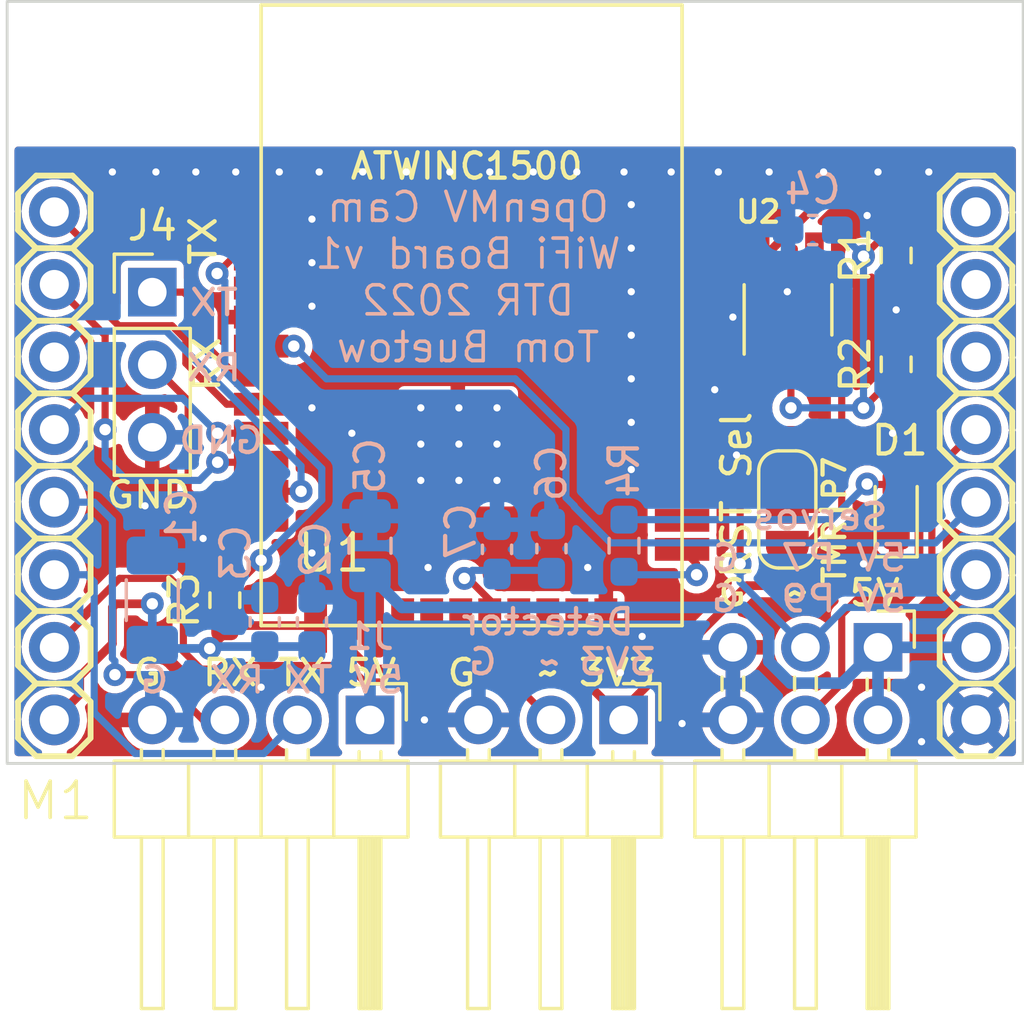
<source format=kicad_pcb>
(kicad_pcb (version 20211014) (generator pcbnew)
  (layers (0 "F.Cu" signal) (31 "B.Cu" signal) (34 "B.Paste" user) (35 "F.Paste" user) (36 "B.SilkS" user "B.Silkscreen") (37 "F.SilkS" user "F.Silkscreen") (38 "B.Mask" user) (39 "F.Mask" user) (44 "Edge.Cuts" user))
  (net 0 "")
  (net 1 "+5V")
  (net 2 "Net-(C6-Pad1)")
  (net 3 "Net-(D1-Pad2)")
  (net 4 "/UART_TX")
  (net 5 "/UART_RX")
  (net 6 "/~{Detect_Sig}")
  (net 7 "Net-(C4-Pad1)")
  (net 8 "GND")
  (net 9 "+3.3V")
  (net 10 "/Servo_PWM")
  (net 11 "/DBG_TX")
  (net 12 "/DBG_RX")
  (net 13 "/Servo2_PWM")
  (net 14 "Net-(R3-Pad2)")
  (net 15 "Net-(R4-Pad1)")
  (net 18 "/Mod_RST")
  (net 20 "/IRQ")
  (net 21 "/MOSI")
  (net 22 "/SSEL")
  (net 23 "/MISO")
  (net 24 "/SCLK")
  (net 29 "Net-(JP1-Pad1)")
  (footprint "Resistor_SMD:R_0603_1608Metric_Pad0.98x0.95mm_HandSolder" (layer "F.Cu") (at 124.46 112.395 90)
    (fp_text reference "R3" (at 0 -1.43 90) (layer "F.SilkS"))
    (fp_text value "1M")
    (pad "1" smd roundrect (at -0.9125 0 90) (size 0.975 0.95) (layers "F.Cu" "F.Paste" "F.Mask") (net 9 "+3.3V"))
    (pad "2" smd roundrect (at 0.9125 0 90) (size 0.975 0.95) (layers "F.Cu" "F.Paste" "F.Mask") (net 14 "Net-(R3-Pad2)"))
  )
  (footprint "wifi:ATWINC1500" (layer "F.Cu") (at 125.73 113.284)
    (fp_text reference "U1" (at 2.54 -2.54) (layer "F.SilkS") (effects (font (size 1.27 1.27))))
    (fp_text value "ATWINC1500" (at 7.192043 -16.079294) (layer "F.SilkS") (effects (font (size 0.889 0.889))))
    (pad "1" smd rect (at 14.732 -2.667 180) (size 1.905 0.8001) (layers "F.Cu" "F.Paste" "F.Mask") (net 15 "Net-(R4-Pad1)"))
    (pad "2" smd rect (at 14.732 -3.683 180) (size 1.905 0.8001) (layers "F.Cu" "F.Paste" "F.Mask"))
    (pad "3" smd rect (at 14.732 -4.699 180) (size 1.905 0.8001) (layers "F.Cu" "F.Paste" "F.Mask"))
    (pad "4" smd rect (at 14.732 -5.715 180) (size 1.905 0.8001) (layers "F.Cu" "F.Paste" "F.Mask") (net 18 "/Mod_RST"))
    (pad "5" smd rect (at 14.732 -9.779 180) (size 1.905 0.8001) (layers "F.Cu" "F.Paste" "F.Mask"))
    (pad "6" smd rect (at 14.732 -11.811 180) (size 1.905 0.8001) (layers "F.Cu" "F.Paste" "F.Mask"))
    (pad "7" smd rect (at 14.732 -12.827 180) (size 1.905 0.8001) (layers "F.Cu" "F.Paste" "F.Mask"))
    (pad "8" smd rect (at 14.732 -13.843 180) (size 1.905 0.8001) (layers "F.Cu" "F.Paste" "F.Mask"))
    (pad "9" smd rect (at 14.732 -14.859 180) (size 1.905 0.8001) (layers "F.Cu" "F.Paste" "F.Mask") (net 8 "GND"))
    (pad "10" smd rect (at 0 -12.827) (size 1.905 0.8001) (layers "F.Cu" "F.Paste" "F.Mask") (net 14 "Net-(R3-Pad2)"))
    (pad "11" smd rect (at 0 -11.811) (size 1.905 0.8001) (layers "F.Cu" "F.Paste" "F.Mask"))
    (pad "12" smd rect (at 0 -10.795) (size 1.905 0.8001) (layers "F.Cu" "F.Paste" "F.Mask") (net 8 "GND"))
    (pad "13" smd rect (at 0 -9.779) (size 1.905 0.8001) (layers "F.Cu" "F.Paste" "F.Mask") (net 20 "/IRQ"))
    (pad "14" smd rect (at 0 -8.763) (size 1.905 0.8001) (layers "F.Cu" "F.Paste" "F.Mask") (net 11 "/DBG_TX"))
    (pad "15" smd rect (at 0 -7.747) (size 1.905 0.8001) (layers "F.Cu" "F.Paste" "F.Mask") (net 21 "/MOSI"))
    (pad "16" smd rect (at 0 -6.731) (size 1.905 0.8001) (layers "F.Cu" "F.Paste" "F.Mask") (net 22 "/SSEL"))
    (pad "17" smd rect (at 0 -5.715) (size 1.905 0.8001) (layers "F.Cu" "F.Paste" "F.Mask") (net 23 "/MISO"))
    (pad "18" smd rect (at 0 -4.699) (size 1.905 0.8001) (layers "F.Cu" "F.Paste" "F.Mask") (net 24 "/SCLK"))
    (pad "19" smd rect (at 0 -3.683) (size 1.905 0.8001) (layers "F.Cu" "F.Paste" "F.Mask") (net 12 "/DBG_RX"))
    (pad "20" smd rect (at 1.905 0 90) (size 1.905 0.8001) (layers "F.Cu" "F.Paste" "F.Mask") (net 9 "+3.3V"))
    (pad "21" smd rect (at 4.953 0 90) (size 1.905 0.8001) (layers "F.Cu" "F.Paste" "F.Mask"))
    (pad "22" smd rect (at 5.969 0 90) (size 1.905 0.8001) (layers "F.Cu" "F.Paste" "F.Mask") (net 9 "+3.3V"))
    (pad "23" smd rect (at 6.985 0 90) (size 1.905 0.8001) (layers "F.Cu" "F.Paste" "F.Mask") (net 9 "+3.3V"))
    (pad "24" smd rect (at 8.001 0 90) (size 1.905 0.8001) (layers "F.Cu" "F.Paste" "F.Mask") (net 2 "Net-(C6-Pad1)"))
    (pad "25" smd rect (at 9.017 0 90) (size 1.905 0.8001) (layers "F.Cu" "F.Paste" "F.Mask"))
    (pad "26" smd rect (at 10.033 0 90) (size 1.905 0.8001) (layers "F.Cu" "F.Paste" "F.Mask"))
    (pad "27" smd rect (at 11.049 0 90) (size 1.905 0.8001) (layers "F.Cu" "F.Paste" "F.Mask"))
    (pad "28" smd rect (at 12.065 0 90) (size 1.905 0.8001) (layers "F.Cu" "F.Paste" "F.Mask") (net 8 "GND"))
    (pad "29" smd rect (at 6.8834 -6.2738) (size 3.7084 3.7084) (layers "F.Cu" "F.Paste" "F.Mask") (net 8 "GND"))
  )
  (footprint "Resistor_SMD:R_0603_1608Metric_Pad0.98x0.95mm_HandSolder" (layer "F.Cu") (at 147.955 100.33 90)
    (fp_text reference "R1" (at 0 -1.43 90) (layer "F.SilkS"))
    (fp_text value "2.2k")
    (pad "1" smd roundrect (at -0.9125 0 90) (size 0.975 0.95) (layers "F.Cu" "F.Paste" "F.Mask") (net 9 "+3.3V"))
    (pad "2" smd roundrect (at 0.9125 0 90) (size 0.975 0.95) (layers "F.Cu" "F.Paste" "F.Mask") (net 7 "Net-(C4-Pad1)"))
  )
  (footprint "Connector_PinHeader_2.54mm:PinHeader_2x03_P2.54mm_Horizontal" (layer "F.Cu") (at 147.32 114.046 -90)
    (fp_text reference "J3" hide)
    (fp_text value "Servo")
    (pad "1" thru_hole rect (at 0 0 270) (size 1.7 1.7) (drill 1) (layers *.Cu *.Mask) (net 1 "+5V"))
    (pad "2" thru_hole oval (at 0 2.54 270) (size 1.7 1.7) (drill 1) (layers *.Cu *.Mask) (net 13 "/Servo2_PWM"))
    (pad "3" thru_hole oval (at 0 5.08 270) (size 1.7 1.7) (drill 1) (layers *.Cu *.Mask) (net 8 "GND"))
    (pad "4" thru_hole oval (at 2.54 0 270) (size 1.7 1.7) (drill 1) (layers *.Cu *.Mask) (net 1 "+5V"))
    (pad "5" thru_hole oval (at 2.54 2.54 270) (size 1.7 1.7) (drill 1) (layers *.Cu *.Mask) (net 10 "/Servo_PWM"))
    (pad "6" thru_hole oval (at 2.54 5.08 270) (size 1.7 1.7) (drill 1) (layers *.Cu *.Mask) (net 8 "GND"))
  )
  (footprint "Resistor_SMD:R_0603_1608Metric_Pad0.98x0.95mm_HandSolder" (layer "F.Cu") (at 147.955 104.14 90)
    (fp_text reference "R2" (at 0 -1.43 90) (layer "F.SilkS"))
    (fp_text value "10k")
    (pad "1" smd roundrect (at -0.9125 0 90) (size 0.975 0.95) (layers "F.Cu" "F.Paste" "F.Mask") (net 7 "Net-(C4-Pad1)"))
    (pad "2" smd roundrect (at 0.9125 0 90) (size 0.975 0.95) (layers "F.Cu" "F.Paste" "F.Mask") (net 8 "GND"))
  )
  (footprint "Connector_PinHeader_2.54mm:PinHeader_1x04_P2.54mm_Horizontal" (layer "F.Cu") (at 129.54 116.587397 -90)
    (fp_text reference "J1" hide)
    (fp_text value "UART3")
    (pad "1" thru_hole rect (at 0 0 270) (size 1.7 1.7) (drill 1) (layers *.Cu *.Mask) (net 1 "+5V"))
    (pad "2" thru_hole oval (at 0 2.54 270) (size 1.7 1.7) (drill 1) (layers *.Cu *.Mask) (net 4 "/UART_TX"))
    (pad "3" thru_hole oval (at 0 5.08 270) (size 1.7 1.7) (drill 1) (layers *.Cu *.Mask) (net 5 "/UART_RX"))
    (pad "4" thru_hole oval (at 0 7.62 270) (size 1.7 1.7) (drill 1) (layers *.Cu *.Mask) (net 8 "GND"))
  )
  (footprint "Connector_PinHeader_2.54mm:PinHeader_1x03_P2.54mm_Vertical" (layer "F.Cu") (at 121.92 101.615)
    (fp_text reference "J4" (at 0 -2.33) (layer "F.SilkS"))
    (fp_text value "Debug")
    (pad "1" thru_hole rect (at 0 0) (size 1.7 1.7) (drill 1) (layers *.Cu *.Mask) (net 11 "/DBG_TX"))
    (pad "2" thru_hole oval (at 0 2.54) (size 1.7 1.7) (drill 1) (layers *.Cu *.Mask) (net 12 "/DBG_RX"))
    (pad "3" thru_hole oval (at 0 5.08) (size 1.7 1.7) (drill 1) (layers *.Cu *.Mask) (net 8 "GND"))
  )
  (footprint "Package_TO_SOT_SMD:TSOT-23-5_HandSoldering" (layer "F.Cu") (at 144.145 102.235 90)
    (fp_text reference "U2" (at 3.429 -1.016 180) (layer "F.SilkS") (effects (font (size 0.762 0.762))))
    (fp_text value "74LVC1G17")
    (pad "1" smd rect (at -1.71 -0.95 90) (size 2 0.65) (layers "F.Cu" "F.Paste" "F.Mask"))
    (pad "2" smd rect (at -1.71 0 90) (size 2 0.65) (layers "F.Cu" "F.Paste" "F.Mask") (net 7 "Net-(C4-Pad1)"))
    (pad "3" smd rect (at -1.71 0.95 90) (size 2 0.65) (layers "F.Cu" "F.Paste" "F.Mask") (net 8 "GND"))
    (pad "4" smd rect (at 1.71 0.95 90) (size 2 0.65) (layers "F.Cu" "F.Paste" "F.Mask") (net 29 "Net-(JP1-Pad1)"))
    (pad "5" smd rect (at 1.71 -0.95 90) (size 2 0.65) (layers "F.Cu" "F.Paste" "F.Mask") (net 9 "+3.3V"))
  )
  (footprint "LED_SMD:LED_0603_1608Metric_Pad1.05x0.95mm_HandSolder" (layer "F.Cu") (at 147.955 109.22 90)
    (fp_text reference "D1" (at 2.413 0.127 180) (layer "F.SilkS"))
    (fp_text value "LED")
    (pad "1" smd roundrect (at -0.875 0 90) (size 1.05 0.95) (layers "F.Cu" "F.Paste" "F.Mask") (net 8 "GND"))
    (pad "2" smd roundrect (at 0.875 0 90) (size 1.05 0.95) (layers "F.Cu" "F.Paste" "F.Mask") (net 3 "Net-(D1-Pad2)"))
  )
  (footprint "Connector_PinHeader_2.54mm:PinHeader_1x03_P2.54mm_Horizontal" (layer "F.Cu") (at 138.414989 116.587397 -90)
    (fp_text reference "J2" hide)
    (fp_text value "Detector")
    (pad "1" thru_hole rect (at 0 0 270) (size 1.7 1.7) (drill 1) (layers *.Cu *.Mask) (net 9 "+3.3V"))
    (pad "2" thru_hole oval (at 0 2.54 270) (size 1.7 1.7) (drill 1) (layers *.Cu *.Mask) (net 6 "/~{Detect_Sig}"))
    (pad "3" thru_hole oval (at 0 5.08 270) (size 1.7 1.7) (drill 1) (layers *.Cu *.Mask) (net 8 "GND"))
  )
  (footprint "wifi:OPENMV3" (layer "F.Cu") (at 116.84 118.11)
    (fp_text reference "M1" (at 1.688871 1.307331) (layer "F.SilkS") (effects (font (size 1.27 1.27) (thickness 0.127))))
    (fp_text value "OPENMV3" hide)
    (pad "1" thru_hole circle (at 1.651 -19.304) (size 1.778 1.778) (drill 1.016) (layers *.Cu *.Paste *.Mask) (net 21 "/MOSI"))
    (pad "2" thru_hole circle (at 1.651 -16.764) (size 1.778 1.778) (drill 1.016) (layers *.Cu *.Paste *.Mask) (net 23 "/MISO"))
    (pad "3" thru_hole circle (at 1.651 -14.224) (size 1.778 1.778) (drill 1.016) (layers *.Cu *.Paste *.Mask) (net 24 "/SCLK"))
    (pad "4" thru_hole circle (at 1.651 -11.684) (size 1.778 1.778) (drill 1.016) (layers *.Cu *.Paste *.Mask) (net 22 "/SSEL"))
    (pad "5" thru_hole circle (at 1.651 -9.144) (size 1.778 1.778) (drill 1.016) (layers *.Cu *.Paste *.Mask) (net 5 "/UART_RX"))
    (pad "6" thru_hole circle (at 1.651 -6.604) (size 1.778 1.778) (drill 1.016) (layers *.Cu *.Paste *.Mask) (net 4 "/UART_TX"))
    (pad "7" thru_hole circle (at 1.651 -4.064) (size 1.778 1.778) (drill 1.016) (layers *.Cu *.Paste *.Mask) (net 6 "/~{Detect_Sig}"))
    (pad "8" thru_hole circle (at 1.651 -1.524) (size 1.778 1.778) (drill 1.016) (layers *.Cu *.Paste *.Mask) (net 9 "+3.3V"))
    (pad "9" thru_hole circle (at 33.909 -1.524) (size 1.778 1.778) (drill 1.016) (layers *.Cu *.Paste *.Mask) (net 8 "GND"))
    (pad "10" thru_hole circle (at 33.909 -4.064) (size 1.778 1.778) (drill 1.016) (layers *.Cu *.Paste *.Mask) (net 1 "+5V"))
    (pad "11" thru_hole circle (at 33.909 -6.604) (size 1.778 1.778) (drill 1.016) (layers *.Cu *.Paste *.Mask) (net 13 "/Servo2_PWM"))
    (pad "12" thru_hole circle (at 33.909 -9.144) (size 1.778 1.778) (drill 1.016) (layers *.Cu *.Paste *.Mask) (net 20 "/IRQ"))
    (pad "13" thru_hole circle (at 33.909 -11.684) (size 1.778 1.778) (drill 1.016) (layers *.Cu *.Paste *.Mask) (net 10 "/Servo_PWM"))
    (pad "14" thru_hole circle (at 33.909 -14.224) (size 1.778 1.778) (drill 1.016) (layers *.Cu *.Paste *.Mask))
    (pad "15" thru_hole circle (at 33.909 -16.764) (size 1.778 1.778) (drill 1.016) (layers *.Cu *.Paste *.Mask))
    (pad "16" thru_hole circle (at 33.909 -19.304) (size 1.778 1.778) (drill 1.016) (layers *.Cu *.Paste *.Mask))
  )
  (footprint "Jumper:SolderJumper-3_P1.3mm_Open_RoundedPad1.0x1.5mm_NumberLabels" (layer "F.Cu") (at 144.145 109.22 90)
    (fp_text reference "JP1" hide)
    (fp_text value "RST Select")
    (pad "1" smd custom (at -1.3 0 90) (size 1 0.5) (layers "F.Cu" "F.Mask") (net 29 "Net-(JP1-Pad1)") (options (clearance outline) (anchor rect)) (primitives (gr_circle (center 0 0.25) (end 0.5 0.25) (width 0) (fill yes)) (gr_circle (center 0 -0.25) (end 0.5 -0.25) (width 0) (fill yes)) (gr_poly (pts (xy 0.55 0.75) (xy 0 0.75) (xy 0 -0.75) (xy 0.55 -0.75)) (width 0) (fill yes))))
    (pad "2" smd rect (at 0 0 90) (size 1 1.5) (layers "F.Cu" "F.Mask") (net 18 "/Mod_RST"))
    (pad "3" smd custom (at 1.3 0 90) (size 1 0.5) (layers "F.Cu" "F.Mask") (net 13 "/Servo2_PWM") (options (clearance outline) (anchor rect)) (primitives (gr_circle (center 0 0.25) (end 0.5 0.25) (width 0) (fill yes)) (gr_circle (center 0 -0.25) (end 0.5 -0.25) (width 0) (fill yes)) (gr_poly (pts (xy 0 0.75) (xy -0.55 0.75) (xy -0.55 -0.75) (xy 0 -0.75)) (width 0) (fill yes))))
  )
  (footprint "Capacitor_SMD:C_0603_1608Metric_Pad1.08x0.95mm_HandSolder" (layer "B.Cu") (at 125.857 113.157 90)
    (fp_text reference "C3" (at 2.413 -1.016 90) (layer "B.SilkS") (effects (justify mirror)))
    (fp_text value ".1u")
    (pad "1" smd roundrect (at -0.8625 0 90) (size 1.075 0.95) (layers "B.Cu" "B.Paste" "B.Mask") (net 9 "+3.3V"))
    (pad "2" smd roundrect (at 0.8625 0 90) (size 1.075 0.95) (layers "B.Cu" "B.Paste" "B.Mask") (net 8 "GND"))
  )
  (footprint "Resistor_SMD:R_0603_1608Metric_Pad0.98x0.95mm_HandSolder" (layer "B.Cu") (at 138.43 110.49 90)
    (fp_text reference "R4" (at 2.667 0 90) (layer "B.SilkS") (effects (justify mirror)))
    (fp_text value "220")
    (pad "1" smd roundrect (at -0.9125 0 90) (size 0.975 0.95) (layers "B.Cu" "B.Paste" "B.Mask") (net 15 "Net-(R4-Pad1)"))
    (pad "2" smd roundrect (at 0.9125 0 90) (size 0.975 0.95) (layers "B.Cu" "B.Paste" "B.Mask") (net 3 "Net-(D1-Pad2)"))
  )
  (footprint "Capacitor_SMD:C_0603_1608Metric_Pad1.08x0.95mm_HandSolder" (layer "B.Cu") (at 145.034 99.441 180)
    (fp_text reference "C4" (at 0 1.43) (layer "B.SilkS") (effects (justify mirror)))
    (fp_text value "10u")
    (pad "1" smd roundrect (at -0.8625 0 180) (size 1.075 0.95) (layers "B.Cu" "B.Paste" "B.Mask") (net 7 "Net-(C4-Pad1)"))
    (pad "2" smd roundrect (at 0.8625 0 180) (size 1.075 0.95) (layers "B.Cu" "B.Paste" "B.Mask") (net 8 "GND"))
  )
  (footprint "Capacitor_SMD:C_0603_1608Metric_Pad1.08x0.95mm_HandSolder" (layer "B.Cu") (at 133.985 110.617 90)
    (fp_text reference "C7" (at 0.635 -1.27 90) (layer "B.SilkS") (effects (justify mirror)))
    (fp_text value ".01u")
    (pad "1" smd roundrect (at -0.8625 0 90) (size 1.075 0.95) (layers "B.Cu" "B.Paste" "B.Mask") (net 2 "Net-(C6-Pad1)"))
    (pad "2" smd roundrect (at 0.8625 0 90) (size 1.075 0.95) (layers "B.Cu" "B.Paste" "B.Mask") (net 8 "GND"))
  )
  (footprint "Capacitor_SMD:C_0805_2012Metric_Pad1.18x1.45mm_HandSolder" (layer "B.Cu") (at 129.54 110.49 90)
    (fp_text reference "C5" (at 2.794 0 90) (layer "B.SilkS") (effects (justify mirror)))
    (fp_text value "10u")
    (pad "1" smd roundrect (at -1.0375 0 90) (size 1.175 1.45) (layers "B.Cu" "B.Paste" "B.Mask") (roundrect_rratio 0.212766) (net 1 "+5V"))
    (pad "2" smd roundrect (at 1.0375 0 90) (size 1.175 1.45) (layers "B.Cu" "B.Paste" "B.Mask") (roundrect_rratio 0.212766) (net 8 "GND"))
  )
  (footprint "Capacitor_SMD:C_0603_1608Metric_Pad1.08x0.95mm_HandSolder" (layer "B.Cu") (at 127.508 113.157 90)
    (fp_text reference "C2" (at 2.54 0.127 90) (layer "B.SilkS") (effects (justify mirror)))
    (fp_text value ".1u")
    (pad "1" smd roundrect (at -0.8625 0 90) (size 1.075 0.95) (layers "B.Cu" "B.Paste" "B.Mask") (net 9 "+3.3V"))
    (pad "2" smd roundrect (at 0.8625 0 90) (size 1.075 0.95) (layers "B.Cu" "B.Paste" "B.Mask") (net 8 "GND"))
  )
  (footprint "Capacitor_SMD:C_1206_3216Metric_Pad1.33x1.80mm_HandSolder" (layer "B.Cu") (at 121.92 112.395 90)
    (fp_text reference "C1" (at 2.921 1.016 90) (layer "B.SilkS") (effects (justify mirror)))
    (fp_text value "47u")
    (pad "1" smd roundrect (at -1.5625 0 90) (size 1.325 1.8) (layers "B.Cu" "B.Paste" "B.Mask") (roundrect_rratio 0.188679) (net 9 "+3.3V"))
    (pad "2" smd roundrect (at 1.5625 0 90) (size 1.325 1.8) (layers "B.Cu" "B.Paste" "B.Mask") (roundrect_rratio 0.188679) (net 8 "GND"))
  )
  (footprint "Capacitor_SMD:C_0603_1608Metric_Pad1.08x0.95mm_HandSolder" (layer "B.Cu") (at 135.89 110.5905 90)
    (fp_text reference "C6" (at 2.6405 0 90) (layer "B.SilkS") (effects (justify mirror)))
    (fp_text value "10u")
    (pad "1" smd roundrect (at -0.8625 0 90) (size 1.075 0.95) (layers "B.Cu" "B.Paste" "B.Mask") (net 2 "Net-(C6-Pad1)"))
    (pad "2" smd roundrect (at 0.8625 0 90) (size 1.075 0.95) (layers "B.Cu" "B.Paste" "B.Mask") (net 8 "GND"))
  )
  (gr_rect locked (start 116.84 91.44) (end 152.4 118.11) (layer "Edge.Cuts") (width 0.1) (fill none))
  (gr_text "OpenMV Cam\nWiFi Board v1\nDTR 2022\nTom Buetow\n" (at 132.969 101.092) (layer "B.SilkS") (effects (font (size 1.016 1.016) (thickness 0.127)) (justify mirror)))
  (gr_text "Detector" (at 135.763 113.157) (layer "B.SilkS") (effects (font (size 0.889 0.9652)) (justify mirror)))
  (gr_text "RX" (at 124.079 104.267) (layer "B.SilkS") (effects (font (size 0.889 0.9652)) (justify mirror)))
  (gr_text "GND" (at 124.333 106.807) (layer "B.SilkS") (effects (font (size 0.889 0.9652)) (justify mirror)))
  (gr_text "3V3 ~  G" (at 136.271 114.554) (layer "B.SilkS") (effects (font (size 0.889 0.9652)) (justify mirror)))
  (gr_text "5V TX RX  G" (at 126.111 115.189) (layer "B.SilkS") (effects (font (size 0.889 0.9652)) (justify mirror)))
  (gr_text "J1" (at 129.54 113.665) (layer "B.SilkS") (effects (font (size 0.889 0.9652)) (justify mirror)))
  (gr_text "Servos" (at 145.288 109.474) (layer "B.SilkS") (effects (font (size 0.889 0.9652)) (justify mirror)))
  (gr_text "5V P7  G\n5V P9  G" (at 144.907 111.633) (layer "B.SilkS") (effects (font (size 0.889 0.9652)) (justify mirror)))
  (gr_text "TX" (at 124.079 101.981) (layer "B.SilkS") (effects (font (size 0.889 0.9652)) (justify mirror)))
  (gr_text "TMR|P7" (at 145.796 109.601 90) (layer "F.SilkS") (effects (font (size 0.762 0.762))))
  (gr_text "G  ~  5V" (at 144.907 112.141) (layer "F.SilkS") (effects (font (size 0.889 0.9652))))
  (gr_text "TX" (at 123.698 99.822 90) (layer "F.SilkS") (effects (font (size 0.889 0.9652))))
  (gr_text "G   ~ 3V3" (at 135.89 114.935) (layer "F.SilkS") (effects (font (size 0.889 0.9652))))
  (gr_text "RX" (at 123.825 104.14 90) (layer "F.SilkS") (effects (font (size 0.889 0.9652))))
  (gr_text "RST Sel" (at 142.367 108.712 90) (layer "F.SilkS") (effects (font (size 1 1))))
  (gr_text "GND" (at 121.793 108.712) (layer "F.SilkS") (effects (font (size 0.889 0.9652))))
  (gr_text "G  RX TX 5V" (at 125.857 114.935) (layer "F.SilkS") (effects (font (size 0.889 0.9652))))
  (segment (start 130.6615 112.649) (end 129.54 111.5275) (width 0.4064) (layer "B.Cu") (net 1))
  (segment (start 147.32 114.046) (end 146.0668 115.2992) (width 0.4064) (layer "B.Cu") (net 1))
  (segment (start 144.2552 115.2992) (end 143.4932 114.5372) (width 0.4064) (layer "B.Cu") (net 1))
  (segment (start 150.749 114.046) (end 147.32 114.046) (width 0.4064) (layer "B.Cu") (net 1))
  (segment (start 147.32 115.316) (end 147.32 114.046) (width 0.4064) (layer "B.Cu") (net 1))
  (segment (start 143.4932 113.5212) (end 142.621 112.649) (width 0.4064) (layer "B.Cu") (net 1))
  (segment (start 142.621 112.649) (end 130.6615 112.649) (width 0.4064) (layer "B.Cu") (net 1))
  (segment (start 129.54 111.527488) (end 129.54 116.587397) (width 0.4064) (layer "B.Cu") (net 1))
  (segment (start 143.4932 114.5372) (end 143.4932 113.5212) (width 0.4064) (layer "B.Cu") (net 1))
  (segment (start 146.0668 115.2992) (end 144.2552 115.2992) (width 0.4064) (layer "B.Cu") (net 1))
  (segment (start 147.32 116.586) (end 147.32 115.316) (width 0.4064) (layer "B.Cu") (net 1))
  (segment (start 132.969 111.633) (end 133.731 112.395) (width 0.25) (layer "F.Cu") (net 2))
  (segment (start 132.842 111.633) (end 132.969 111.633) (width 0.25) (layer "F.Cu") (net 2))
  (segment (start 133.731 112.395) (end 133.731 113.284) (width 0.25) (layer "F.Cu") (net 2))
  (via (at 132.842 111.633) (size 0.8) (drill 0.4) (layers "F.Cu" "B.Cu") (net 2))
  (segment (start 133.1225 111.3525) (end 135.89 111.3525) (width 0.25) (layer "B.Cu") (net 2))
  (segment (start 132.842 111.633) (end 133.1225 111.3525) (width 0.25) (layer "B.Cu") (net 2))
  (segment (start 146.953 108.345) (end 147.955 108.345) (width 0.25) (layer "F.Cu") (net 3))
  (segment (start 146.939 108.331) (end 146.953 108.345) (width 0.25) (layer "F.Cu") (net 3))
  (via (at 146.939 108.331) (size 0.8) (drill 0.4) (layers "F.Cu" "B.Cu") (net 3))
  (segment (start 146.939 108.331) (end 145.6925 109.5775) (width 0.25) (layer "B.Cu") (net 3))
  (segment (start 145.6925 109.5775) (end 138.43 109.5775) (width 0.25) (layer "B.Cu") (net 3))
  (segment (start 127 116.587397) (end 125.825 117.762397) (width 0.25) (layer "B.Cu") (net 4))
  (segment (start 119.634 111.506) (end 118.491 111.506) (width 0.25) (layer "B.Cu") (net 4))
  (segment (start 125.825 117.762397) (end 121.318397 117.762397) (width 0.25) (layer "B.Cu") (net 4))
  (segment (start 119.888 111.76) (end 119.634 111.506) (width 0.25) (layer "B.Cu") (net 4))
  (segment (start 121.318397 117.762397) (end 119.888 116.332) (width 0.25) (layer "B.Cu") (net 4))
  (segment (start 119.888 116.332) (end 119.888 111.76) (width 0.25) (layer "B.Cu") (net 4))
  (segment (start 122.114799 115.002799) (end 123.699397 116.587397) (width 0.25) (layer "F.Cu") (net 5))
  (segment (start 120.6125 115.002799) (end 122.114799 115.002799) (width 0.25) (layer "F.Cu") (net 5))
  (segment (start 123.699397 116.587397) (end 124.46 116.587397) (width 0.25) (layer "F.Cu") (net 5))
  (via (at 120.6125 115.002799) (size 0.8) (drill 0.4) (layers "F.Cu" "B.Cu") (net 5))
  (segment (start 120.523 109.601) (end 119.888 108.966) (width 0.25) (layer "B.Cu") (net 5))
  (segment (start 120.6125 115.002799) (end 120.6125 114.525673) (width 0.25) (layer "B.Cu") (net 5))
  (segment (start 120.6125 114.525673) (end 120.523 114.436173) (width 0.25) (layer "B.Cu") (net 5))
  (segment (start 119.888 108.966) (end 118.491 108.966) (width 0.25) (layer "B.Cu") (net 5))
  (segment (start 120.523 114.436173) (end 120.523 109.601) (width 0.25) (layer "B.Cu") (net 5))
  (segment (start 122.555 111.633) (end 120.777 111.633) (width 0.25) (layer "F.Cu") (net 6))
  (segment (start 134.545608 115.258) (end 129.353604 115.258) (width 0.25) (layer "F.Cu") (net 6))
  (segment (start 119.634 112.776) (end 119.634 112.903) (width 0.25) (layer "F.Cu") (net 6))
  (segment (start 123.008018 112.086018) (end 122.555 111.633) (width 0.25) (layer "F.Cu") (net 6))
  (segment (start 119.634 112.903) (end 118.491 114.046) (width 0.25) (layer "F.Cu") (net 6))
  (segment (start 123.008018 114.187902) (end 123.008018 112.086018) (width 0.25) (layer "F.Cu") (net 6))
  (segment (start 128.776604 114.681) (end 124.35969 114.681) (width 0.25) (layer "F.Cu") (net 6))
  (segment (start 123.630098 114.809982) (end 123.008018 114.187902) (width 0.25) (layer "F.Cu") (net 6))
  (segment (start 129.353604 115.258) (end 128.776604 114.681) (width 0.25) (layer "F.Cu") (net 6))
  (segment (start 124.35969 114.681) (end 124.230708 114.809982) (width 0.25) (layer "F.Cu") (net 6))
  (segment (start 120.777 111.633) (end 119.634 112.776) (width 0.25) (layer "F.Cu") (net 6))
  (segment (start 135.875 116.587392) (end 134.545608 115.258) (width 0.25) (layer "F.Cu") (net 6))
  (segment (start 124.230708 114.809982) (end 123.630098 114.809982) (width 0.25) (layer "F.Cu") (net 6))
  (segment (start 144.272 105.664) (end 144.272 104.072) (width 0.25) (layer "F.Cu") (net 7))
  (segment (start 144.272 104.072) (end 144.145 103.945) (width 0.25) (layer "F.Cu") (net 7))
  (segment (start 147.955 105.0525) (end 147.4235 105.0525) (width 0.25) (layer "F.Cu") (net 7))
  (segment (start 147.4235 105.0525) (end 146.812 105.664) (width 0.25) (layer "F.Cu") (net 7))
  (segment (start 147.955 99.4175) (end 147.751 99.4175) (width 0.25) (layer "F.Cu") (net 7))
  (segment (start 147.751 99.4175) (end 146.812 100.3565) (width 0.25) (layer "F.Cu") (net 7))
  (via (at 146.812 100.3565) (size 0.8) (drill 0.4) (layers "F.Cu" "B.Cu") (net 7))
  (via (at 146.812 105.664) (size 0.8) (drill 0.4) (layers "F.Cu" "B.Cu") (net 7))
  (via (at 144.272 105.664) (size 0.8) (drill 0.4) (layers "F.Cu" "B.Cu") (net 7))
  (segment (start 145.8965 99.441) (end 146.812 100.3565) (width 0.25) (layer "B.Cu") (net 7))
  (segment (start 146.812 100.3565) (end 146.812 105.664) (width 0.25) (layer "B.Cu") (net 7))
  (segment (start 146.812 105.664) (end 144.272 105.664) (width 0.25) (layer "B.Cu") (net 7))
  (via (at 128.905 106.553) (size 0.508) (drill 0.254) (layers "F.Cu" "B.Cu") (net 8))
  (via (at 138.43 97.409) (size 0.508) (drill 0.254) (layers "F.Cu" "B.Cu") (net 8))
  (via (at 133.985 108.204) (size 0.508) (drill 0.254) (layers "F.Cu" "B.Cu") (net 8))
  (via (at 131.318 108.204) (size 0.508) (drill 0.254) (layers "F.Cu" "B.Cu") (net 8))
  (via (at 141.605 105.029) (size 0.508) (drill 0.254) (layers "F.Cu" "B.Cu") (net 8))
  (via (at 140.462 116.713) (size 0.508) (drill 0.254) (layers "F.Cu" "B.Cu") (net 8))
  (via (at 146.812 111.125) (size 0.508) (drill 0.254) (layers "F.Cu" "B.Cu") (net 8))
  (via (at 147.32 97.409) (size 0.508) (drill 0.254) (layers "F.Cu" "B.Cu") (net 8))
  (via (at 138.684 104.648) (size 0.508) (drill 0.254) (layers "F.Cu" "B.Cu") (net 8))
  (via (at 127.762 97.409) (size 0.508) (drill 0.254) (layers "F.Cu" "B.Cu") (net 8))
  (via (at 127.508 105.664) (size 0.508) (drill 0.254) (layers "F.Cu" "B.Cu") (net 8))
  (via (at 127.508 110.744) (size 0.508) (drill 0.254) (layers "F.Cu" "B.Cu") (net 8))
  (via (at 131.318 105.664) (size 0.508) (drill 0.254) (layers "F.Cu" "B.Cu") (net 8))
  (via (at 120.523 97.409) (size 0.508) (drill 0.254) (layers "F.Cu" "B.Cu") (net 8))
  (via (at 142.367 107.315) (size 0.508) (drill 0.254) (layers "F.Cu" "B.Cu") (net 8))
  (via (at 133.985 106.934) (size 0.508) (drill 0.254) (layers "F.Cu" "B.Cu") (net 8))
  (via (at 123.698 110.236) (size 0.508) (drill 0.254) (layers "F.Cu" "B.Cu") (net 8))
  (via (at 126.365 97.409) (size 0.508) (drill 0.254) (layers "F.Cu" "B.Cu") (net 8))
  (via (at 132.6515 105.664) (size 0.508) (drill 0.254) (layers "F.Cu" "B.Cu") (net 8))
  (via (at 148.844 115.443) (size 0.508) (drill 0.254) (layers "F.Cu" "B.Cu") (net 8))
  (via (at 139.065 113.665) (size 0.508) (drill 0.254) (layers "F.Cu" "B.Cu") (net 8))
  (via (at 127.508 99.06) (size 0.508) (drill 0.254) (layers "F.Cu" "B.Cu") (net 8))
  (via (at 138.684 98.552) (size 0.508) (drill 0.254) (layers "F.Cu" "B.Cu") (net 8))
  (via (at 133.731 97.409) (size 0.508) (drill 0.254) (layers "F.Cu" "B.Cu") (net 8))
  (via (at 140.081 97.409) (size 0.508) (drill 0.254) (layers "F.Cu" "B.Cu") (net 8))
  (via (at 122.047 97.409) (size 0.508) (drill 0.254) (layers "F.Cu" "B.Cu") (net 8))
  (via (at 136.779 97.409) (size 0.508) (drill 0.254) (layers "F.Cu" "B.Cu") (net 8))
  (via (at 129.286 97.409) (size 0.508) (drill 0.254) (layers "F.Cu" "B.Cu") (net 8))
  (via (at 143.51 97.409) (size 0.508) (drill 0.254) (layers "F.Cu" "B.Cu") (net 8))
  (via (at 141.732 97.409) (size 0.508) (drill 0.254) (layers "F.Cu" "B.Cu") (net 8))
  (via (at 138.684 106.172) (size 0.508) (drill 0.254) (layers "F.Cu" "B.Cu") (net 8))
  (via (at 127.508 102.108) (size 0.508) (drill 0.254) (layers "F.Cu" "B.Cu") (net 8))
  (via (at 142.24 102.489) (size 0.508) (drill 0.254) (layers "F.Cu" "B.Cu") (net 8))
  (via (at 131.318 106.934) (size 0.508) (drill 0.254) (layers "F.Cu" "B.Cu") (net 8))
  (via (at 131.572 111.252) (size 0.508) (drill 0.254) (layers "F.Cu" "B.Cu") (net 8))
  (via (at 132.6515 108.204) (size 0.508) (drill 0.254) (layers "F.Cu" "B.Cu") (net 8))
  (via (at 131.445 116.586) (size 0.508) (drill 0.254) (layers "F.Cu" "B.Cu") (net 8))
  (via (at 145.415 97.409) (size 0.508) (drill 0.254) (layers "F.Cu" "B.Cu") (net 8))
  (via (at 135.255 97.409) (size 0.508) (drill 0.254) (layers "F.Cu" "B.Cu") (net 8))
  (via (at 146.939 98.933) (size 0.508) (drill 0.254) (layers "F.Cu" "B.Cu") (net 8))
  (via (at 130.81 97.409) (size 0.508) (drill 0.254) (layers "F.Cu" "B.Cu") (net 8))
  (via (at 127.508 100.584) (size 0.508) (drill 0.254) (layers "F.Cu" "B.Cu") (net 8))
  (via (at 148.844 117.348) (size 0.508) (drill 0.254) (layers "F.Cu" "B.Cu") (net 8))
  (via (at 121.666 109.093) (size 0.508) (drill 0.254) (layers "F.Cu" "B.Cu") (net 8))
  (via (at 132.334 97.409) (size 0.508) (drill 0.254) (layers "F.Cu" "B.Cu") (net 8))
  (via (at 149.098 97.409) (size 0.508) (drill 0.254) (layers "F.Cu" "B.Cu") (net 8))
  (via (at 138.303 114.935) (size 0.508) (drill 0.254) (layers "F.Cu" "B.Cu") (net 8))
  (via (at 147.955 102.235) (size 0.508) (drill 0.254) (layers "F.Cu" "B.Cu") (net 8))
  (via (at 123.444 97.409) (size 0.508) (drill 0.254) (layers "F.Cu" "B.Cu") (net 8))
  (via (at 132.6515 106.934) (size 0.508) (drill 0.254) (layers "F.Cu" "B.Cu") (net 8))
  (via (at 125.73 115.443) (size 0.508) (drill 0.254) (layers "F.Cu" "B.Cu") (net 8))
  (via (at 138.684 101.6) (size 0.508) (drill 0.254) (layers "F.Cu" "B.Cu") (net 8))
  (via (at 138.684 103.124) (size 0.508) (drill 0.254) (layers "F.Cu" "B.Cu") (net 8))
  (via (at 138.684 100.076) (size 0.508) (drill 0.254) (layers "F.Cu" "B.Cu") (net 8))
  (via (at 144.145 101.6) (size 0.508) (drill 0.254) (layers "F.Cu" "B.Cu") (net 8))
  (via (at 124.841 97.409) (size 0.508) (drill 0.254) (layers "F.Cu" "B.Cu") (net 8))
  (via (at 137.16 111.252) (size 0.508) (drill 0.254) (layers "F.Cu" "B.Cu") (net 8))
  (via (at 133.985 105.664) (size 0.508) (drill 0.254) (layers "F.Cu" "B.Cu") (net 8))
  (via (at 147.828 106.553) (size 0.508) (drill 0.254) (layers "F.Cu" "B.Cu") (net 8))
  (via (at 138.684 107.823) (size 0.508) (drill 0.254) (layers "F.Cu" "B.Cu") (net 8))
  (segment (start 131.445 114.808) (end 129.54 114.808) (width 0.3048) (layer "F.Cu") (net 9))
  (segment (start 128.397 113.284) (end 127.635 113.284) (width 0.3048) (layer "F.Cu") (net 9))
  (segment (start 120.65 112.522) (end 120.523 112.649) (width 0.3048) (layer "F.Cu") (net 9))
  (segment (start 147.828 111.887) (end 142.737299 111.887) (width 0.3048) (layer "F.Cu") (net 9))
  (segment (start 147.955 101.2425) (end 148.755 102.0425) (width 0.3048) (layer "F.Cu") (net 9))
  (segment (start 143.195 100.525) (end 145.422 98.298) (width 0.3048) (layer "F.Cu") (net 9))
  (segment (start 127.635 113.284) (end 124.4835 113.284) (width 0.3048) (layer "F.Cu") (net 9))
  (segment (start 131.699 114.554) (end 131.445 114.808) (width 0.3048) (layer "F.Cu") (net 9))
  (segment (start 119.379929 115.062071) (end 119.379929 115.697071) (width 0.3048) (layer "F.Cu") (net 9))
  (segment (start 142.737299 111.887) (end 138.415 116.209299) (width 0.3048) (layer "F.Cu") (net 9))
  (segment (start 128.524 113.411) (end 128.397 113.284) (width 0.3048) (layer "F.Cu") (net 9))
  (segment (start 123.930403 114.084982) (end 124.46 113.555385) (width 0.3048) (layer "F.Cu") (net 9))
  (segment (start 145.422 98.298) (end 148.336 98.298) (width 0.3048) (layer "F.Cu") (net 9))
  (segment (start 132.715 114.427) (end 132.334 114.808) (width 0.3048) (layer "F.Cu") (net 9))
  (segment (start 129.54 114.808) (end 128.524 113.792) (width 0.3048) (layer "F.Cu") (net 9))
  (segment (start 131.699 113.284) (end 131.699 114.554) (width 0.3048) (layer "F.Cu") (net 9))
  (segment (start 138.415 116.209299) (end 138.415 116.587392) (width 0.3048) (layer "F.Cu") (net 9))
  (segment (start 132.715 113.284) (end 132.715 114.427) (width 0.3048) (layer "F.Cu") (net 9))
  (segment (start 148.754998 98.716998) (end 148.754998 102.042493) (width 0.3048) (layer "F.Cu") (net 9))
  (segment (start 138.415 116.587392) (end 136.635608 114.808) (width 0.3048) (layer "F.Cu") (net 9))
  (segment (start 121.92 112.522) (end 120.65 112.522) (width 0.3048) (layer "F.Cu") (net 9))
  (segment (start 148.755 110.96) (end 147.828 111.887) (width 0.3048) (layer "F.Cu") (net 9))
  (segment (start 124.46 113.555385) (end 124.46 113.3075) (width 0.3048) (layer "F.Cu") (net 9))
  (segment (start 148.755 102.0425) (end 148.755 110.96) (width 0.3048) (layer "F.Cu") (net 9))
  (segment (start 128.524 113.792) (end 128.524 113.411) (width 0.3048) (layer "F.Cu") (net 9))
  (segment (start 120.523 113.919) (end 119.379929 115.062071) (width 0.3048) (layer "F.Cu") (net 9))
  (segment (start 120.523 112.649) (end 120.523 113.919) (width 0.3048) (layer "F.Cu") (net 9))
  (segment (start 119.379929 115.697071) (end 118.491 116.586) (width 0.3048) (layer "F.Cu") (net 9))
  (segment (start 148.336 98.298) (end 148.755 98.717) (width 0.3048) (layer "F.Cu") (net 9))
  (segment (start 124.4835 113.284) (end 124.46 113.3075) (width 0.3048) (layer "F.Cu") (net 9))
  (segment (start 136.635608 114.808) (end 132.334 114.808) (width 0.3048) (layer "F.Cu") (net 9))
  (segment (start 132.334 114.808) (end 131.445 114.808) (width 0.3048) (layer "F.Cu") (net 9))
  (via (at 121.92 112.522) (size 0.8) (drill 0.4) (layers "F.Cu" "B.Cu") (net 9))
  (via (at 123.930403 114.084982) (size 0.8) (drill 0.4) (layers "F.Cu" "B.Cu") (net 9))
  (segment (start 123.930403 114.084982) (end 122.047482 114.084982) (width 0.3048) (layer "B.Cu") (net 9))
  (segment (start 125.857 114.0195) (end 127.508 114.0195) (width 0.3048) (layer "B.Cu") (net 9))
  (segment (start 123.930403 114.084982) (end 123.995885 114.0195) (width 0.3048) (layer "B.Cu") (net 9))
  (segment (start 121.92 113.9575) (end 121.92 112.522) (width 0.3048) (layer "B.Cu") (net 9))
  (segment (start 122.047482 114.084982) (end 121.92 113.9575) (width 0.3048) (layer "B.Cu") (net 9))
  (segment (start 123.995885 114.0195) (end 125.857 114.0195) (width 0.3048) (layer "B.Cu") (net 9))
  (segment (start 146.05 115.316) (end 144.78 116.586) (width 0.25) (layer "F.Cu") (net 10))
  (segment (start 146.05 112.903) (end 146.05 115.316) (width 0.25) (layer "F.Cu") (net 10))
  (segment (start 150.749 106.426) (end 149.205 107.97) (width 0.25) (layer "F.Cu") (net 10))
  (segment (start 149.205 111.526) (end 148.336 112.395) (width 0.25) (layer "F.Cu") (net 10))
  (segment (start 146.558 112.395) (end 146.05 112.903) (width 0.25) (layer "F.Cu") (net 10))
  (segment (start 149.205 107.97) (end 149.205 111.526) (width 0.25) (layer "F.Cu") (net 10))
  (segment (start 148.336 112.395) (end 146.558 112.395) (width 0.25) (layer "F.Cu") (net 10))
  (segment (start 123.02 101.615) (end 123.825 102.42) (width 0.25) (layer "F.Cu") (net 11))
  (segment (start 121.92 101.615) (end 123.02 101.615) (width 0.25) (layer "F.Cu") (net 11))
  (segment (start 123.825 103.505) (end 124.841 104.521) (width 0.25) (layer "F.Cu") (net 11))
  (segment (start 123.825 102.42) (end 123.825 103.505) (width 0.25) (layer "F.Cu") (net 11))
  (segment (start 124.841 104.521) (end 125.73 104.521) (width 0.25) (layer "F.Cu") (net 11))
  (segment (start 124.206 109.601) (end 125.73 109.601) (width 0.25) (layer "F.Cu") (net 12))
  (segment (start 121.92 104.155) (end 123.175 105.41) (width 0.25) (layer "F.Cu") (net 12))
  (segment (start 123.175 105.41) (end 123.175 108.57) (width 0.25) (layer "F.Cu") (net 12))
  (segment (start 123.175 108.57) (end 124.206 109.601) (width 0.25) (layer "F.Cu") (net 12))
  (segment (start 142.494 110.998) (end 142.494 111.125) (width 0.25) (layer "F.Cu") (net 13))
  (segment (start 142.494 108.971) (end 142.494 110.998) (width 0.25) (layer "F.Cu") (net 13))
  (segment (start 144.145 107.92) (end 143.545 107.92) (width 0.25) (layer "F.Cu") (net 13))
  (segment (start 143.545 107.92) (end 142.494 108.971) (width 0.25) (layer "F.Cu") (net 13))
  (via (at 142.494 111.125) (size 0.8) (drill 0.4) (layers "F.Cu" "B.Cu") (net 13))
  (segment (start 146.177 112.649) (end 144.78 114.046) (width 0.25) (layer "B.Cu") (net 13))
  (segment (start 149.606 112.649) (end 146.177 112.649) (width 0.25) (layer "B.Cu") (net 13))
  (segment (start 142.494 111.76) (end 144.78 114.046) (width 0.25) (layer "B.Cu") (net 13))
  (segment (start 142.494 111.125) (end 142.494 111.76) (width 0.25) (layer "B.Cu") (net 13))
  (segment (start 150.749 111.506) (end 149.606 112.649) (width 0.25) (layer "B.Cu") (net 13))
  (segment (start 125.2455 111.4825) (end 124.46 111.4825) (width 0.25) (layer "F.Cu") (net 14))
  (segment (start 125.73 110.998) (end 125.2455 111.4825) (width 0.25) (layer "F.Cu") (net 14))
  (segment (start 124.693093 100.457) (end 124.188415 100.961678) (width 0.25) (layer "F.Cu") (net 14))
  (segment (start 125.73 100.457) (end 124.693093 100.457) (width 0.25) (layer "F.Cu") (net 14))
  (via (at 124.188415 100.961678) (size 0.8) (drill 0.4) (layers "F.Cu" "B.Cu") (net 14))
  (via (at 125.73 110.998) (size 0.8) (drill 0.4) (layers "F.Cu" "B.Cu") (net 14))
  (segment (start 127.852 107.788903) (end 124.46 104.396903) (width 0.25) (layer "B.Cu") (net 14))
  (segment (start 124.46 104.396903) (end 124.46 101.233263) (width 0.25) (layer "B.Cu") (net 14))
  (segment (start 124.46 101.233263) (end 124.188415 100.961678) (width 0.25) (layer "B.Cu") (net 14))
  (segment (start 125.73 110.998) (end 125.739305 110.998) (width 0.25) (layer "B.Cu") (net 14))
  (segment (start 125.739305 110.998) (end 127.852 108.885305) (width 0.25) (layer "B.Cu") (net 14))
  (segment (start 127.852 108.885305) (end 127.852 107.788903) (width 0.25) (layer "B.Cu") (net 14))
  (segment (start 140.97 111.125) (end 140.462 110.617) (width 0.25) (layer "F.Cu") (net 15))
  (segment (start 140.97 111.506) (end 140.97 111.125) (width 0.25) (layer "F.Cu") (net 15))
  (via (at 140.97 111.506) (size 0.8) (drill 0.4) (layers "F.Cu" "B.Cu") (net 15))
  (segment (start 138.5335 111.506) (end 140.97 111.506) (width 0.25) (layer "B.Cu") (net 15))
  (segment (start 138.43 111.4025) (end 138.5335 111.506) (width 0.25) (layer "B.Cu") (net 15))
  (segment (start 145.161 106.426) (end 145.542 106.807) (width 0.25) (layer "F.Cu") (net 18))
  (segment (start 145.542 108.897) (end 145.219 109.22) (width 0.25) (layer "F.Cu") (net 18))
  (segment (start 145.219 109.22) (end 144.145 109.22) (width 0.25) (layer "F.Cu") (net 18))
  (segment (start 145.542 106.807) (end 145.542 108.897) (width 0.25) (layer "F.Cu") (net 18))
  (segment (start 141.605 106.426) (end 145.161 106.426) (width 0.25) (layer "F.Cu") (net 18))
  (segment (start 140.462 107.569) (end 141.605 106.426) (width 0.25) (layer "F.Cu") (net 18))
  (segment (start 125.73 103.505) (end 126.873 103.505) (width 0.25) (layer "F.Cu") (net 20))
  (via (at 126.873 103.505) (size 0.8) (drill 0.4) (layers "F.Cu" "B.Cu") (net 20))
  (segment (start 128.016 104.648) (end 134.62 104.648) (width 0.25) (layer "B.Cu") (net 20))
  (segment (start 149.325 110.39) (end 150.749 108.966) (width 0.25) (layer "B.Cu") (net 20))
  (segment (start 137.959505 110.39) (end 149.325 110.39) (width 0.25) (layer "B.Cu") (net 20))
  (segment (start 136.69 109.094505) (end 136.69 109.120495) (width 0.25) (layer "B.Cu") (net 20))
  (segment (start 136.398 108.802505) (end 136.69 109.094505) (width 0.25) (layer "B.Cu") (net 20))
  (segment (start 136.69 109.120495) (end 137.959505 110.39) (width 0.25) (layer "B.Cu") (net 20))
  (segment (start 136.398 106.426) (end 136.398 108.802505) (width 0.25) (layer "B.Cu") (net 20))
  (segment (start 126.873 103.505) (end 128.016 104.648) (width 0.25) (layer "B.Cu") (net 20))
  (segment (start 134.62 104.648) (end 136.398 106.426) (width 0.25) (layer "B.Cu") (net 20))
  (segment (start 125.73 105.537) (end 124.5275 105.537) (width 0.25) (layer "F.Cu") (net 21))
  (segment (start 124.5275 105.537) (end 123.095 104.1045) (width 0.25) (layer "F.Cu") (net 21))
  (segment (start 119.761 101.806) (end 119.761 100.076) (width 0.25) (layer "F.Cu") (net 21))
  (segment (start 122.608001 102.79) (end 120.745 102.79) (width 0.25) (layer "F.Cu") (net 21))
  (segment (start 123.095 104.1045) (end 123.095 103.276999) (width 0.25) (layer "F.Cu") (net 21))
  (segment (start 119.761 100.076) (end 118.491 98.806) (width 0.25) (layer "F.Cu") (net 21))
  (segment (start 123.095 103.276999) (end 122.608001 102.79) (width 0.25) (layer "F.Cu") (net 21))
  (segment (start 120.745 102.79) (end 119.761 101.806) (width 0.25) (layer "F.Cu") (net 21))
  (segment (start 125.73 106.553) (end 124.206 106.553) (width 0.25) (layer "F.Cu") (net 22))
  (via (at 124.206 106.553) (size 0.8) (drill 0.4) (layers "F.Cu" "B.Cu") (net 22))
  (segment (start 124.206 106.553) (end 122.983 105.33) (width 0.25) (layer "B.Cu") (net 22))
  (segment (start 122.983 105.33) (end 119.587 105.33) (width 0.25) (layer "B.Cu") (net 22))
  (segment (start 119.587 105.33) (end 118.491 106.426) (width 0.25) (layer "B.Cu") (net 22))
  (segment (start 125.73 107.569) (end 124.206 107.569) (width 0.25) (layer "F.Cu") (net 23))
  (segment (start 120.269 103.124) (end 118.491 101.346) (width 0.25) (layer "F.Cu") (net 23))
  (segment (start 120.269 106.426) (end 120.269 103.124) (width 0.25) (layer "F.Cu") (net 23))
  (via (at 120.269 106.426) (size 0.8) (drill 0.4) (layers "F.Cu" "B.Cu") (net 23))
  (via (at 124.206 107.569) (size 0.8) (drill 0.4) (layers "F.Cu" "B.Cu") (net 23))
  (segment (start 121.031 108.204) (end 120.269 107.442) (width 0.25) (layer "B.Cu") (net 23))
  (segment (start 123.571 108.204) (end 121.031 108.204) (width 0.25) (layer "B.Cu") (net 23))
  (segment (start 124.206 107.569) (end 123.571 108.204) (width 0.25) (layer "B.Cu") (net 23))
  (segment (start 120.269 107.442) (end 120.269 106.426) (width 0.25) (layer "B.Cu") (net 23))
  (segment (start 125.73 108.585) (end 127.127 108.585) (width 0.25) (layer "F.Cu") (net 24))
  (via (at 127.127 108.585) (size 0.8) (drill 0.4) (layers "F.Cu" "B.Cu") (net 24))
  (segment (start 127.127 108.585) (end 127.127 107.700299) (width 0.25) (layer "B.Cu") (net 24))
  (segment (start 127.127 107.700299) (end 122.406701 102.98) (width 0.25) (layer "B.Cu") (net 24))
  (segment (start 119.397 102.98) (end 118.491 103.886) (width 0.25) (layer "B.Cu") (net 24))
  (segment (start 122.406701 102.98) (end 119.397 102.98) (width 0.25) (layer "B.Cu") (net 24))
  (segment (start 146.05 101.48) (end 145.095 100.525) (width 0.25) (layer "F.Cu") (net 29))
  (segment (start 146.05 109.215) (end 146.05 101.48) (width 0.25) (layer "F.Cu") (net 29))
  (segment (start 144.145 110.52) (end 144.745 110.52) (width 0.25) (layer "F.Cu") (net 29))
  (segment (start 144.745 110.52) (end 146.05 109.215) (width 0.25) (layer "F.Cu") (net 29))
  (zone (net 8) (net_name "GND") (layers F&B.Cu) (name "GND") (connect_pads (clearance 0.254)) (min_thickness 0.254) (fill yes (thermal_gap 0.254) (thermal_bridge_width 0.508))
    (polygon (pts (xy 152.4 118.11) (xy 116.84 118.11) (xy 116.84 96.52) (xy 152.4 96.52)))
  )
)
</source>
